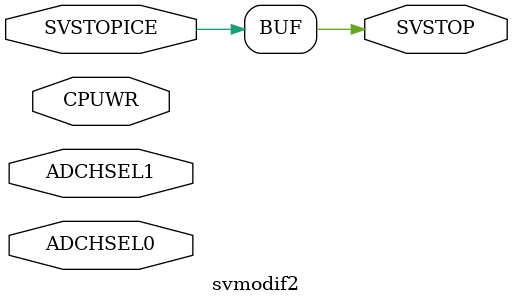
<source format=v>
module svmodif2(SVSTOP,SVSTOPICE,CPUWR,ADCHSEL1,ADCHSEL0);
   output SVSTOP;
   input SVSTOPICE;
   input CPUWR;
   input ADCHSEL1;
   input ADCHSEL0;
   
   assign SVSTOP = SVSTOPICE;   
endmodule
</source>
